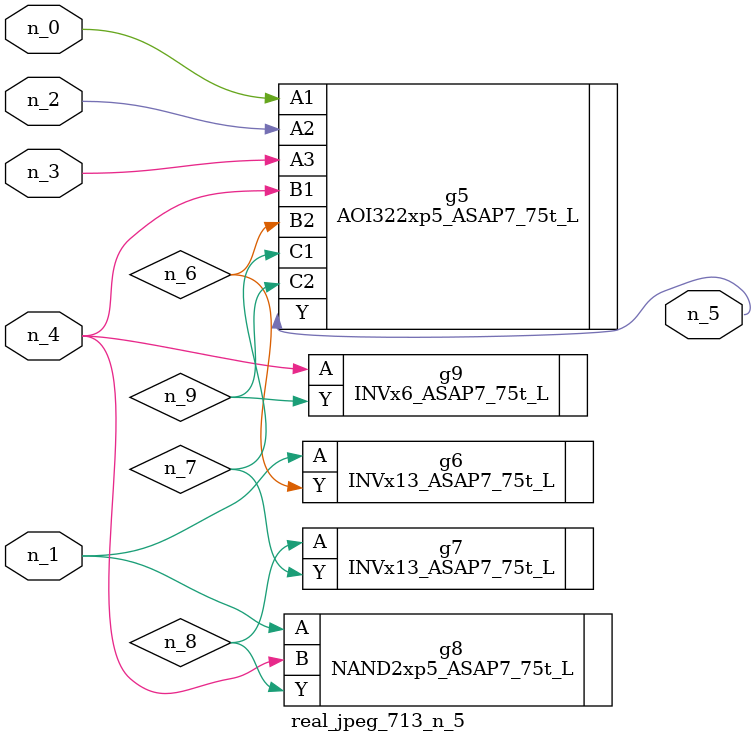
<source format=v>
module real_jpeg_713_n_5 (n_4, n_0, n_1, n_2, n_3, n_5);

input n_4;
input n_0;
input n_1;
input n_2;
input n_3;

output n_5;

wire n_8;
wire n_6;
wire n_7;
wire n_9;

AOI322xp5_ASAP7_75t_L g5 ( 
.A1(n_0),
.A2(n_2),
.A3(n_3),
.B1(n_4),
.B2(n_6),
.C1(n_7),
.C2(n_9),
.Y(n_5)
);

INVx13_ASAP7_75t_L g6 ( 
.A(n_1),
.Y(n_6)
);

NAND2xp5_ASAP7_75t_L g8 ( 
.A(n_1),
.B(n_4),
.Y(n_8)
);

INVx6_ASAP7_75t_L g9 ( 
.A(n_4),
.Y(n_9)
);

INVx13_ASAP7_75t_L g7 ( 
.A(n_8),
.Y(n_7)
);


endmodule
</source>
